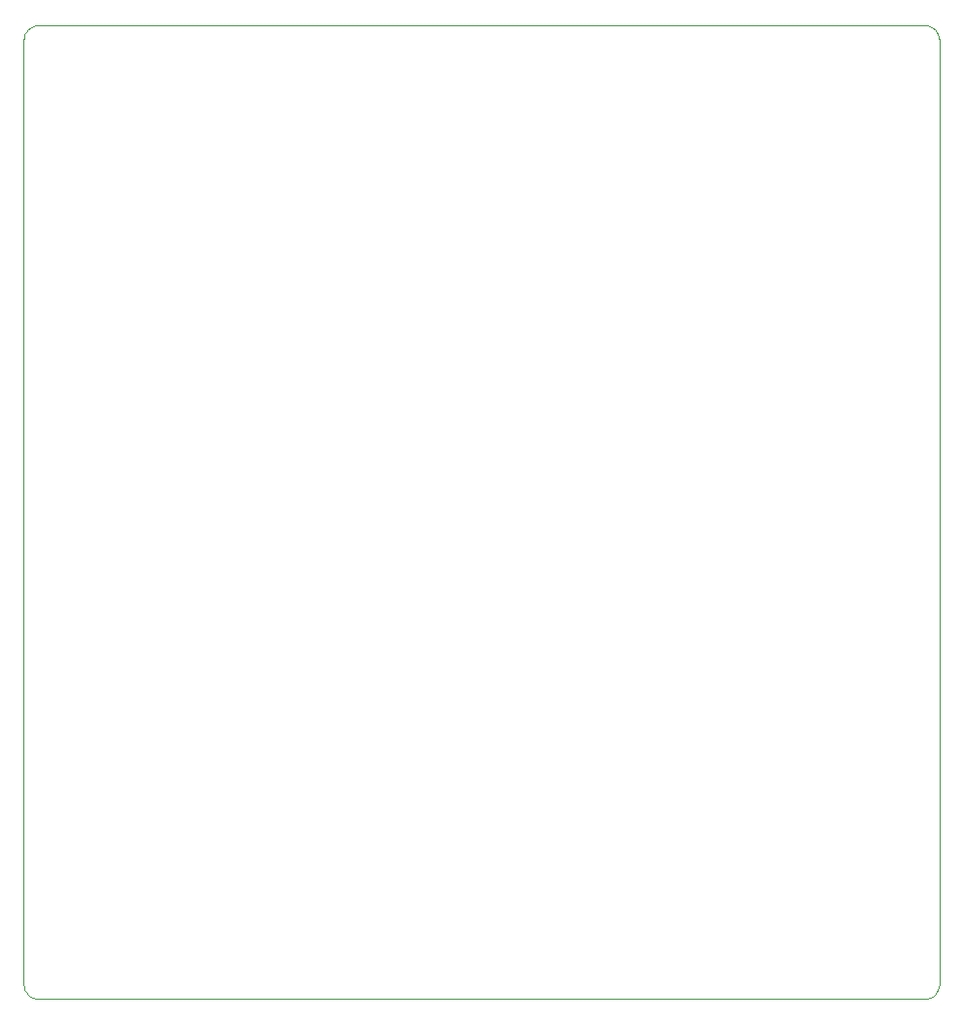
<source format=gbr>
G04 #@! TF.GenerationSoftware,KiCad,Pcbnew,(5.1.0)-1*
G04 #@! TF.CreationDate,2020-11-16T17:59:51+00:00*
G04 #@! TF.ProjectId,WildlifeCamera_PCB,57696c64-6c69-4666-9543-616d6572615f,rev?*
G04 #@! TF.SameCoordinates,PX5d42830PY7b89fa0*
G04 #@! TF.FileFunction,Profile,NP*
%FSLAX46Y46*%
G04 Gerber Fmt 4.6, Leading zero omitted, Abs format (unit mm)*
G04 Created by KiCad (PCBNEW (5.1.0)-1) date 2020-11-16 17:59:51*
%MOMM*%
%LPD*%
G04 APERTURE LIST*
%ADD10C,0.100000*%
G04 APERTURE END LIST*
D10*
X7762670Y76104060D02*
X84903500Y76104060D01*
X84903500Y76104060D02*
X85170800Y76077280D01*
X85170800Y76077280D02*
X85419400Y76000420D01*
X85419400Y76000420D02*
X85644200Y75878730D01*
X85644200Y75878730D02*
X85839800Y75717440D01*
X85839800Y75717440D02*
X86001100Y75521800D01*
X86001100Y75521800D02*
X86122800Y75297040D01*
X86122800Y75297040D02*
X86199700Y75048410D01*
X86199700Y75048410D02*
X86226500Y74781150D01*
X86226500Y74781150D02*
X86226500Y-7359700D01*
X86226500Y-7359700D02*
X86199700Y-7627000D01*
X86199700Y-7627000D02*
X86122800Y-7875600D01*
X86122800Y-7875600D02*
X86001100Y-8100400D01*
X86001100Y-8100400D02*
X85839800Y-8296000D01*
X85839800Y-8296000D02*
X85644200Y-8457300D01*
X85644200Y-8457300D02*
X85419400Y-8579000D01*
X85419400Y-8579000D02*
X85170800Y-8655900D01*
X85170800Y-8655900D02*
X84903500Y-8682600D01*
X84903500Y-8682600D02*
X7762670Y-8682600D01*
X7762670Y-8682600D02*
X7495410Y-8655900D01*
X7495410Y-8655900D02*
X7246780Y-8579000D01*
X7246780Y-8579000D02*
X7022020Y-8457300D01*
X7022020Y-8457300D02*
X6826380Y-8296000D01*
X6826380Y-8296000D02*
X6665090Y-8100400D01*
X6665090Y-8100400D02*
X6543400Y-7875600D01*
X6543400Y-7875600D02*
X6466540Y-7627000D01*
X6466540Y-7627000D02*
X6439760Y-7359700D01*
X6439760Y-7359700D02*
X6439760Y74781150D01*
X6439760Y74781150D02*
X6466540Y75048410D01*
X6466540Y75048410D02*
X6543400Y75297040D01*
X6543400Y75297040D02*
X6665090Y75521800D01*
X6665090Y75521800D02*
X6826380Y75717440D01*
X6826380Y75717440D02*
X7022020Y75878730D01*
X7022020Y75878730D02*
X7246780Y76000420D01*
X7246780Y76000420D02*
X7495410Y76077280D01*
X7495410Y76077280D02*
X7762670Y76104060D01*
X7762670Y76104060D02*
X7762670Y76104060D01*
X7762670Y76104060D02*
X7762670Y76104060D01*
M02*

</source>
